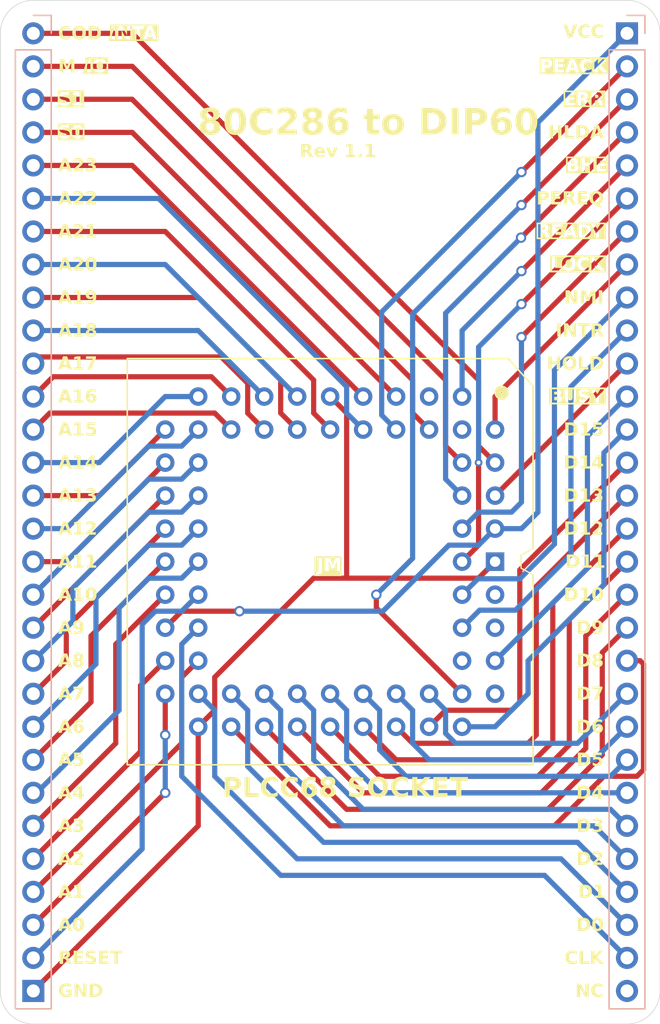
<source format=kicad_pcb>
(kicad_pcb (version 20241229) (generator "pcbnew") (generator_version "9.0")
  (layers (0 "F.Cu" signal) (2 "B.Cu" signal) (13 "F.Paste" user) (15 "B.Paste" user) (5 "F.SilkS" user "F.Silkscreen") (7 "B.SilkS" user "B.Silkscreen") (1 "F.Mask" user) (3 "B.Mask" user) (25 "Edge.Cuts" user))
  (net 0 "")
  (net 1 "4")
  (net 2 "5")
  (net 3 "6")
  (net 4 "7")
  (net 5 "8")
  (net 6 "9")
  (net 7 "10")
  (net 8 "13")
  (net 9 "14")
  (net 10 "15")
  (net 11 "16")
  (net 12 "17")
  (net 13 "19")
  (net 14 "20")
  (net 15 "21")
  (net 16 "22")
  (net 17 "23")
  (net 18 "24")
  (net 19 "25")
  (net 20 "26")
  (net 21 "27")
  (net 22 "28")
  (net 23 "29")
  (net 24 "30")
  (net 25 "31")
  (net 26 "32")
  (net 27 "33")
  (net 28 "34")
  (net 29 "35")
  (net 30 "36")
  (net 31 "37")
  (net 32 "38")
  (net 33 "40")
  (net 34 "41")
  (net 35 "42")
  (net 36 "43")
  (net 37 "45")
  (net 38 "47")
  (net 39 "46")
  (net 40 "48")
  (net 41 "49")
  (net 42 "50")
  (net 43 "51")
  (net 44 "53")
  (net 45 "54")
  (net 46 "57")
  (net 47 "59")
  (net 48 "60")
  (net 49 "62")
  (net 50 "66")
  (net 51 "63")
  (net 52 "68")
  (net 53 "52")
  (net 54 "55")
  (net 55 "56")
  (net 56 "58")
  (net 57 "2")
  (net 58 "GND")
  (net 59 "VCC")
  (net 60 "nc")
  (footprint "Package_LCC:PLCC-68_THT-Socket" (layer "F.Cu") (at 198.12 156.64 -90)
    (property "Reference" " " (hide yes))
    (property "Value" "PLCC-68_THT-Socket")
    (fp_line (start -15.625 28.325) (end 15.625 28.325) (stroke (width 0.12)) (layer "F.SilkS"))
    (fp_line (start 15.625 28.325) (end 15.625 -2.925) (stroke (width 0.12)) (layer "F.SilkS"))
    (fp_line (start -15.625 -1) (end -15.625 28.325) (stroke (width 0.12)) (layer "F.SilkS"))
    (fp_line (start -0.5 -2) (end 0.5 -2) (stroke (width 0.1)) (layer "F.SilkS"))
    (fp_line (start -13.5 -2.925) (end -15.625 -1) (stroke (width 0.12)) (layer "F.SilkS"))
    (fp_line (start -1 -2.925) (end -0.5 -2) (stroke (width 0.1)) (layer "F.SilkS"))
    (fp_line (start -1 -2.925) (end -13.5 -2.925) (stroke (width 0.12)) (layer "F.SilkS"))
    (fp_line (start 1 -2.925) (end 0.5 -2) (stroke (width 0.1)) (layer "F.SilkS"))
    (fp_line (start 15.625 -2.925) (end 1 -2.925) (stroke (width 0.12)) (layer "F.SilkS"))
    (fp_circle (center -13 -0.5) (end -13 -0.38) (stroke (width 0.1)) (fill no) (layer "F.SilkS"))
    (fp_circle (center -13 -0.5) (end -13 -0.48) (stroke (width 0.1)) (fill no) (layer "F.SilkS"))
    (fp_circle (center -13 -0.5) (end -12.5 -0.5) (stroke (width 0.1)) (fill no) (layer "F.SilkS"))
    (fp_circle (center -13 -0.5) (end -13.27 -0.65) (stroke (width 0.1)) (fill no) (layer "F.SilkS"))
    (fp_circle (center -13 -0.5) (end -13.15 -0.65) (stroke (width 0.1)) (fill no) (layer "F.SilkS"))
    (fp_circle (center -13 -0.5) (end -12.94 -0.9) (stroke (width 0.1)) (fill no) (layer "F.SilkS"))
    (pad "1" thru_hole rect (at 0 0 270) (size 1.4224 1.4224) (drill 0.8) (layers "*.Cu" "*.Mask") (net 58 "GND"))
    (pad "2" thru_hole circle (at 0 2.54 270) (size 1.4224 1.4224) (drill 0.8) (layers "*.Cu" "*.Mask") (net 57 "2"))
    (pad "3" thru_hole circle (at -2.54 0 270) (size 1.4224 1.4224) (drill 0.8) (layers "*.Cu" "*.Mask") (net 59 "VCC"))
    (pad "4" thru_hole circle (at -2.54 2.54 270) (size 1.4224 1.4224) (drill 0.8) (layers "*.Cu" "*.Mask") (net 1 "4"))
    (pad "5" thru_hole circle (at -5.08 0 270) (size 1.4224 1.4224) (drill 0.8) (layers "*.Cu" "*.Mask") (net 2 "5"))
    (pad "6" thru_hole circle (at -5.08 2.54 270) (size 1.4224 1.4224) (drill 0.8) (layers "*.Cu" "*.Mask") (net 3 "6"))
    (pad "7" thru_hole circle (at -7.62 0 270) (size 1.4224 1.4224) (drill 0.8) (layers "*.Cu" "*.Mask") (net 4 "7"))
    (pad "8" thru_hole circle (at -7.62 2.54 270) (size 1.4224 1.4224) (drill 0.8) (layers "*.Cu" "*.Mask") (net 5 "8"))
    (pad "9" thru_hole circle (at -10.16 0 270) (size 1.4224 1.4224) (drill 0.8) (layers "*.Cu" "*.Mask") (net 6 "9"))
    (pad "10" thru_hole circle (at -12.7 2.54 270) (size 1.4224 1.4224) (drill 0.8) (layers "*.Cu" "*.Mask") (net 7 "10"))
    (pad "11" thru_hole circle (at -10.16 2.54 270) (size 1.4224 1.4224) (drill 0.8) (layers "*.Cu" "*.Mask"))
    (pad "12" thru_hole circle (at -12.7 5.08 270) (size 1.4224 1.4224) (drill 0.8) (layers "*.Cu" "*.Mask"))
    (pad "13" thru_hole circle (at -10.16 5.08 270) (size 1.4224 1.4224) (drill 0.8) (layers "*.Cu" "*.Mask") (net 8 "13"))
    (pad "14" thru_hole circle (at -12.7 7.62 270) (size 1.4224 1.4224) (drill 0.8) (layers "*.Cu" "*.Mask") (net 9 "14"))
    (pad "15" thru_hole circle (at -10.16 7.62 270) (size 1.4224 1.4224) (drill 0.8) (layers "*.Cu" "*.Mask") (net 10 "15"))
    (pad "16" thru_hole circle (at -12.7 10.16 270) (size 1.4224 1.4224) (drill 0.8) (layers "*.Cu" "*.Mask") (net 11 "16"))
    (pad "17" thru_hole circle (at -10.16 10.16 270) (size 1.4224 1.4224) (drill 0.8) (layers "*.Cu" "*.Mask") (net 12 "17"))
    (pad "18" thru_hole circle (at -12.7 12.7 270) (size 1.4224 1.4224) (drill 0.8) (layers "*.Cu" "*.Mask") (net 58 "GND"))
    (pad "19" thru_hole circle (at -10.16 12.7 270) (size 1.4224 1.4224) (drill 0.8) (layers "*.Cu" "*.Mask") (net 13 "19"))
    (pad "20" thru_hole circle (at -12.7 15.24 270) (size 1.4224 1.4224) (drill 0.8) (layers "*.Cu" "*.Mask") (net 14 "20"))
    (pad "21" thru_hole circle (at -10.16 15.24 270) (size 1.4224 1.4224) (drill 0.8) (layers "*.Cu" "*.Mask") (net 15 "21"))
    (pad "22" thru_hole circle (at -12.7 17.78 270) (size 1.4224 1.4224) (drill 0.8) (layers "*.Cu" "*.Mask") (net 16 "22"))
    (pad "23" thru_hole circle (at -10.16 17.78 270) (size 1.4224 1.4224) (drill 0.8) (layers "*.Cu" "*.Mask") (net 17 "23"))
    (pad "24" thru_hole circle (at -12.7 20.32 270) (size 1.4224 1.4224) (drill 0.8) (layers "*.Cu" "*.Mask") (net 18 "24"))
    (pad "25" thru_hole circle (at -10.16 20.32 270) (size 1.4224 1.4224) (drill 0.8) (layers "*.Cu" "*.Mask") (net 19 "25"))
    (pad "26" thru_hole circle (at -12.7 22.86 270) (size 1.4224 1.4224) (drill 0.8) (layers "*.Cu" "*.Mask") (net 20 "26"))
    (pad "27" thru_hole circle (at -10.16 25.4 270) (size 1.4224 1.4224) (drill 0.8) (layers "*.Cu" "*.Mask") (net 21 "27"))
    (pad "28" thru_hole circle (at -10.16 22.86 270) (size 1.4224 1.4224) (drill 0.8) (layers "*.Cu" "*.Mask") (net 22 "28"))
    (pad "29" thru_hole circle (at -7.62 25.4 270) (size 1.4224 1.4224) (drill 0.8) (layers "*.Cu" "*.Mask") (net 23 "29"))
    (pad "30" thru_hole circle (at -7.62 22.86 270) (size 1.4224 1.4224) (drill 0.8) (layers "*.Cu" "*.Mask") (net 24 "30"))
    (pad "31" thru_hole circle (at -5.08 25.4 270) (size 1.4224 1.4224) (drill 0.8) (layers "*.Cu" "*.Mask") (net 25 "31"))
    (pad "32" thru_hole circle (at -5.08 22.86 270) (size 1.4224 1.4224) (drill 0.8) (layers "*.Cu" "*.Mask") (net 26 "32"))
    (pad "33" thru_hole circle (at -2.54 25.4 270) (size 1.4224 1.4224) (drill 0.8) (layers "*.Cu" "*.Mask") (net 27 "33"))
    (pad "34" thru_hole circle (at -2.54 22.86 270) (size 1.4224 1.4224) (drill 0.8) (layers "*.Cu" "*.Mask") (net 28 "34"))
    (pad "35" thru_hole circle (at 0 25.4 270) (size 1.4224 1.4224) (drill 0.8) (layers "*.Cu" "*.Mask") (net 29 "35"))
    (pad "36" thru_hole circle (at 0 22.86 270) (size 1.4224 1.4224) (drill 0.8) (layers "*.Cu" "*.Mask") (net 30 "36"))
    (pad "37" thru_hole circle (at 2.54 25.4 270) (size 1.4224 1.4224) (drill 0.8) (layers "*.Cu" "*.Mask") (net 31 "37"))
    (pad "38" thru_hole circle (at 2.54 22.86 270) (size 1.4224 1.4224) (drill 0.8) (layers "*.Cu" "*.Mask") (net 32 "38"))
    (pad "39" thru_hole circle (at 5.08 25.4 270) (size 1.4224 1.4224) (drill 0.8) (layers "*.Cu" "*.Mask") (net 59 "VCC"))
    (pad "40" thru_hole circle (at 5.08 22.86 270) (size 1.4224 1.4224) (drill 0.8) (layers "*.Cu" "*.Mask") (net 33 "40"))
    (pad "41" thru_hole circle (at 7.62 25.4 270) (size 1.4224 1.4224) (drill 0.8) (layers "*.Cu" "*.Mask") (net 34 "41"))
    (pad "42" thru_hole circle (at 7.62 22.86 270) (size 1.4224 1.4224) (drill 0.8) (layers "*.Cu" "*.Mask") (net 35 "42"))
    (pad "43" thru_hole circle (at 10.16 25.4 270) (size 1.4224 1.4224) (drill 0.8) (layers "*.Cu" "*.Mask") (net 36 "43"))
    (pad "44" thru_hole circle (at 12.7 22.86 270) (size 1.4224 1.4224) (drill 0.8) (layers "*.Cu" "*.Mask") (net 58 "GND"))
    (pad "45" thru_hole circle (at 10.16 22.86 270) (size 1.4224 1.4224) (drill 0.8) (layers "*.Cu" "*.Mask") (net 37 "45"))
    (pad "46" thru_hole circle (at 12.7 20.32 270) (size 1.4224 1.4224) (drill 0.8) (layers "*.Cu" "*.Mask") (net 39 "46"))
    (pad "47" thru_hole circle (at 10.16 20.32 270) (size 1.4224 1.4224) (drill 0.8) (layers "*.Cu" "*.Mask") (net 38 "47"))
    (pad "48" thru_hole circle (at 12.7 17.78 270) (size 1.4224 1.4224) (drill 0.8) (layers "*.Cu" "*.Mask") (net 40 "48"))
    (pad "49" thru_hole circle (at 10.16 17.78 270) (size 1.4224 1.4224) (drill 0.8) (layers "*.Cu" "*.Mask") (net 41 "49"))
    (pad "50" thru_hole circle (at 12.7 15.24 270) (size 1.4224 1.4224) (drill 0.8) (layers "*.Cu" "*.Mask") (net 42 "50"))
    (pad "51" thru_hole circle (at 10.16 15.24 270) (size 1.4224 1.4224) (drill 0.8) (layers "*.Cu" "*.Mask") (net 43 "51"))
    (pad "52" thru_hole circle (at 12.7 12.7 270) (size 1.4224 1.4224) (drill 0.8) (layers "*.Cu" "*.Mask") (net 53 "52"))
    (pad "53" thru_hole circle (at 10.16 12.7 270) (size 1.4224 1.4224) (drill 0.8) (layers "*.Cu" "*.Mask") (net 44 "53"))
    (pad "54" thru_hole circle (at 12.7 10.16 270) (size 1.4224 1.4224) (drill 0.8) (layers "*.Cu" "*.Mask") (net 45 "54"))
    (pad "55" thru_hole circle (at 10.16 10.16 270) (size 1.4224 1.4224) (drill 0.8) (layers "*.Cu" "*.Mask") (net 54 "55"))
    (pad "56" thru_hole circle (at 12.7 7.62 270) (size 1.4224 1.4224) (drill 0.8) (layers "*.Cu" "*.Mask") (net 55 "56"))
    (pad "57" thru_hole circle (at 10.16 7.62 270) (size 1.4224 1.4224) (drill 0.8) (layers "*.Cu" "*.Mask") (net 46 "57"))
    (pad "58" thru_hole circle (at 12.7 5.08 270) (size 1.4224 1.4224) (drill 0.8) (layers "*.Cu" "*.Mask") (net 56 "58"))
    (pad "59" thru_hole circle (at 10.16 5.08 270) (size 1.4224 1.4224) (drill 0.8) (layers "*.Cu" "*.Mask") (net 47 "59"))
    (pad "60" thru_hole circle (at 12.7 2.54 270) (size 1.4224 1.4224) (drill 0.8) (layers "*.Cu" "*.Mask") (net 48 "60"))
    (pad "61" thru_hole circle (at 10.16 0 270) (size 1.4224 1.4224) (drill 0.8) (layers "*.Cu" "*.Mask"))
    (pad "62" thru_hole circle (at 10.16 2.54 270) (size 1.4224 1.4224) (drill 0.8) (layers "*.Cu" "*.Mask") (net 49 "62"))
    (pad "63" thru_hole circle (at 7.62 0 270) (size 1.4224 1.4224) (drill 0.8) (layers "*.Cu" "*.Mask") (net 51 "63"))
    (pad "64" thru_hole circle (at 7.62 2.54 270) (size 1.4224 1.4224) (drill 0.8) (layers "*.Cu" "*.Mask"))
    (pad "65" thru_hole circle (at 5.08 0 270) (size 1.4224 1.4224) (drill 0.8) (layers "*.Cu" "*.Mask"))
    (pad "66" thru_hole circle (at 5.08 2.54 270) (size 1.4224 1.4224) (drill 0.8) (layers "*.Cu" "*.Mask") (net 50 "66"))
    (pad "67" thru_hole circle (at 2.54 0 270) (size 1.4224 1.4224) (drill 0.8) (layers "*.Cu" "*.Mask"))
    (pad "68" thru_hole circle (at 2.54 2.54 270) (size 1.4224 1.4224) (drill 0.8) (layers "*.Cu" "*.Mask") (net 52 "68"))
  )
  (footprint "Connector_PinHeader_2.54mm:PinHeader_1x30_P2.54mm_Vertical" (layer "B.Cu") (at 208.28 116 180)
    (property "Reference" "REF**" (hide yes))
    (property "Value" "PinHeader_1x30_P2.54mm_Vertical" (hide yes))
    (fp_line (start 1.38 -1.27) (end 1.38 -75.04) (stroke (width 0.12)) (layer "B.SilkS"))
    (fp_line (start -1.38 1.38) (end 0 1.38) (stroke (width 0.12)) (layer "B.SilkS"))
    (fp_line (start -1.38 0) (end -1.38 1.38) (stroke (width 0.12)) (layer "B.SilkS"))
    (fp_line (start -1.38 -1.27) (end 1.38 -1.27) (stroke (width 0.12)) (layer "B.SilkS"))
    (fp_line (start -1.38 -1.27) (end -1.38 -75.04) (stroke (width 0.12)) (layer "B.SilkS"))
    (fp_line (start -1.38 -75.04) (end 1.38 -75.04) (stroke (width 0.12)) (layer "B.SilkS"))
    (pad "31" thru_hole circle (at 0 -73.66 180) (size 1.7 1.7) (drill 1) (layers "*.Cu" "*.Mask") (net 60 "nc"))
    (pad "32" thru_hole circle (at 0 -71.12 180) (size 1.7 1.7) (drill 1) (layers "*.Cu" "*.Mask") (net 33 "40"))
    (pad "33" thru_hole circle (at 0 -68.58 180) (size 1.7 1.7) (drill 1) (layers "*.Cu" "*.Mask") (net 37 "45"))
    (pad "34" thru_hole circle (at 0 -66.04 180) (size 1.7 1.7) (drill 1) (layers "*.Cu" "*.Mask") (net 38 "47"))
    (pad "35" thru_hole circle (at 0 -63.5 180) (size 1.7 1.7) (drill 1) (layers "*.Cu" "*.Mask") (net 41 "49"))
    (pad "36" thru_hole circle (at 0 -60.96 180) (size 1.7 1.7) (drill 1) (layers "*.Cu" "*.Mask") (net 43 "51"))
    (pad "37" thru_hole circle (at 0 -58.42 180) (size 1.7 1.7) (drill 1) (layers "*.Cu" "*.Mask") (net 44 "53"))
    (pad "38" thru_hole circle (at 0 -55.88 180) (size 1.7 1.7) (drill 1) (layers "*.Cu" "*.Mask") (net 54 "55"))
    (pad "39" thru_hole circle (at 0 -53.34 180) (size 1.7 1.7) (drill 1) (layers "*.Cu" "*.Mask") (net 46 "57"))
    (pad "40" thru_hole circle (at 0 -50.8 180) (size 1.7 1.7) (drill 1) (layers "*.Cu" "*.Mask") (net 47 "59"))
    (pad "41" thru_hole circle (at 0 -48.26 180) (size 1.7 1.7) (drill 1) (layers "*.Cu" "*.Mask") (net 39 "46"))
    (pad "42" thru_hole circle (at 0 -45.72 180) (size 1.7 1.7) (drill 1) (layers "*.Cu" "*.Mask") (net 40 "48"))
    (pad "43" thru_hole circle (at 0 -43.18 180) (size 1.7 1.7) (drill 1) (layers "*.Cu" "*.Mask") (net 42 "50"))
    (pad "44" thru_hole circle (at 0 -40.64 180) (size 1.7 1.7) (drill 1) (layers "*.Cu" "*.Mask") (net 53 "52"))
    (pad "45" thru_hole circle (at 0 -38.1 180) (size 1.7 1.7) (drill 1) (layers "*.Cu" "*.Mask") (net 45 "54"))
    (pad "46" thru_hole circle (at 0 -35.56 180) (size 1.7 1.7) (drill 1) (layers "*.Cu" "*.Mask") (net 55 "56"))
    (pad "47" thru_hole circle (at 0 -33.02 180) (size 1.7 1.7) (drill 1) (layers "*.Cu" "*.Mask") (net 56 "58"))
    (pad "48" thru_hole circle (at 0 -30.48 180) (size 1.7 1.7) (drill 1) (layers "*.Cu" "*.Mask") (net 48 "60"))
    (pad "49" thru_hole circle (at 0 -27.94 180) (size 1.7 1.7) (drill 1) (layers "*.Cu" "*.Mask") (net 51 "63"))
    (pad "50" thru_hole circle (at 0 -25.4 180) (size 1.7 1.7) (drill 1) (layers "*.Cu" "*.Mask") (net 2 "5"))
    (pad "51" thru_hole circle (at 0 -22.86 180) (size 1.7 1.7) (drill 1) (layers "*.Cu" "*.Mask") (net 50 "66"))
    (pad "52" thru_hole circle (at 0 -20.32 180) (size 1.7 1.7) (drill 1) (layers "*.Cu" "*.Mask") (net 52 "68"))
    (pad "53" thru_hole circle (at 0 -17.78 180) (size 1.7 1.7) (drill 1) (layers "*.Cu" "*.Mask") (net 6 "9"))
    (pad "54" thru_hole circle (at 0 -15.24 180) (size 1.7 1.7) (drill 1) (layers "*.Cu" "*.Mask") (net 1 "4"))
    (pad "55" thru_hole circle (at 0 -12.7 180) (size 1.7 1.7) (drill 1) (layers "*.Cu" "*.Mask") (net 57 "2"))
    (pad "56" thru_hole circle (at 0 -10.16 180) (size 1.7 1.7) (drill 1) (layers "*.Cu" "*.Mask") (net 7 "10"))
    (pad "57" thru_hole circle (at 0 -7.62 180) (size 1.7 1.7) (drill 1) (layers "*.Cu" "*.Mask") (net 3 "6"))
    (pad "58" thru_hole circle (at 0 -5.08 180) (size 1.7 1.7) (drill 1) (layers "*.Cu" "*.Mask") (net 49 "62"))
    (pad "59" thru_hole circle (at 0 -2.54 180) (size 1.7 1.7) (drill 1) (layers "*.Cu" "*.Mask") (net 10 "15"))
    (pad "60" thru_hole rect (at 0 0 180) (size 1.7 1.7) (drill 1) (layers "*.Cu" "*.Mask") (net 59 "VCC"))
  )
  (footprint "Connector_PinHeader_2.54mm:PinHeader_1x30_P2.54mm_Vertical" (layer "B.Cu") (at 162.56 116 180)
    (property "Reference" "REF**" (hide yes))
    (property "Value" "PinHeader_1x30_P2.54mm_Vertical" (hide yes))
    (fp_line (start 1.38 -1.27) (end 1.38 -75.04) (stroke (width 0.12)) (layer "B.SilkS"))
    (fp_line (start -1.38 1.38) (end 0 1.38) (stroke (width 0.12)) (layer "B.SilkS"))
    (fp_line (start -1.38 0) (end -1.38 1.38) (stroke (width 0.12)) (layer "B.SilkS"))
    (fp_line (start -1.38 -1.27) (end 1.38 -1.27) (stroke (width 0.12)) (layer "B.SilkS"))
    (fp_line (start -1.38 -1.27) (end -1.38 -75.04) (stroke (width 0.12)) (layer "B.SilkS"))
    (fp_line (start -1.38 -75.04) (end 1.38 -75.04) (stroke (width 0.12)) (layer "B.SilkS"))
    (pad "1" thru_hole circle (at 0 0 180) (size 1.7 1.7) (drill 1) (layers "*.Cu" "*.Mask") (net 4 "7"))
    (pad "2" thru_hole circle (at 0 -2.54 180) (size 1.7 1.7) (drill 1) (layers "*.Cu" "*.Mask") (net 5 "8"))
    (pad "3" thru_hole circle (at 0 -5.08 180) (size 1.7 1.7) (drill 1) (layers "*.Cu" "*.Mask") (net 8 "13"))
    (pad "4" thru_hole circle (at 0 -7.62 180) (size 1.7 1.7) (drill 1) (layers "*.Cu" "*.Mask") (net 9 "14"))
    (pad "5" thru_hole circle (at 0 -10.16 180) (size 1.7 1.7) (drill 1) (layers "*.Cu" "*.Mask") (net 11 "16"))
    (pad "6" thru_hole circle (at 0 -12.7 180) (size 1.7 1.7) (drill 1) (layers "*.Cu" "*.Mask") (net 12 "17"))
    (pad "7" thru_hole circle (at 0 -15.24 180) (size 1.7 1.7) (drill 1) (layers "*.Cu" "*.Mask") (net 13 "19"))
    (pad "8" thru_hole circle (at 0 -17.78 180) (size 1.7 1.7) (drill 1) (layers "*.Cu" "*.Mask") (net 14 "20"))
    (pad "9" thru_hole circle (at 0 -20.32 180) (size 1.7 1.7) (drill 1) (layers "*.Cu" "*.Mask") (net 15 "21"))
    (pad "10" thru_hole circle (at 0 -22.86 180) (size 1.7 1.7) (drill 1) (layers "*.Cu" "*.Mask") (net 16 "22"))
    (pad "11" thru_hole circle (at 0 -25.4 180) (size 1.7 1.7) (drill 1) (layers "*.Cu" "*.Mask") (net 17 "23"))
    (pad "12" thru_hole circle (at 0 -27.94 180) (size 1.7 1.7) (drill 1) (layers "*.Cu" "*.Mask") (net 18 "24"))
    (pad "13" thru_hole circle (at 0 -30.48 180) (size 1.7 1.7) (drill 1) (layers "*.Cu" "*.Mask") (net 19 "25"))
    (pad "14" thru_hole circle (at 0 -33.02 180) (size 1.7 1.7) (drill 1) (layers "*.Cu" "*.Mask") (net 20 "26"))
    (pad "15" thru_hole circle (at 0 -35.56 180) (size 1.7 1.7) (drill 1) (layers "*.Cu" "*.Mask") (net 21 "27"))
    (pad "16" thru_hole circle (at 0 -38.1 180) (size 1.7 1.7) (drill 1) (layers "*.Cu" "*.Mask") (net 22 "28"))
    (pad "17" thru_hole circle (at 0 -40.64 180) (size 1.7 1.7) (drill 1) (layers "*.Cu" "*.Mask") (net 23 "29"))
    (pad "18" thru_hole circle (at 0 -43.18 180) (size 1.7 1.7) (drill 1) (layers "*.Cu" "*.Mask") (net 24 "30"))
    (pad "19" thru_hole circle (at 0 -45.72 180) (size 1.7 1.7) (drill 1) (layers "*.Cu" "*.Mask") (net 25 "31"))
    (pad "20" thru_hole circle (at 0 -48.26 180) (size 1.7 1.7) (drill 1) (layers "*.Cu" "*.Mask") (net 26 "32"))
    (pad "21" thru_hole circle (at 0 -50.8 180) (size 1.7 1.7) (drill 1) (layers "*.Cu" "*.Mask") (net 27 "33"))
    (pad "22" thru_hole circle (at 0 -53.34 180) (size 1.7 1.7) (drill 1) (layers "*.Cu" "*.Mask") (net 28 "34"))
    (pad "23" thru_hole circle (at 0 -55.88 180) (size 1.7 1.7) (drill 1) (layers "*.Cu" "*.Mask") (net 29 "35"))
    (pad "24" thru_hole circle (at 0 -58.42 180) (size 1.7 1.7) (drill 1) (layers "*.Cu" "*.Mask") (net 30 "36"))
    (pad "25" thru_hole circle (at 0 -60.96 180) (size 1.7 1.7) (drill 1) (layers "*.Cu" "*.Mask") (net 31 "37"))
    (pad "26" thru_hole circle (at 0 -63.5 180) (size 1.7 1.7) (drill 1) (layers "*.Cu" "*.Mask") (net 34 "41"))
    (pad "27" thru_hole circle (at 0 -66.04 180) (size 1.7 1.7) (drill 1) (layers "*.Cu" "*.Mask") (net 35 "42"))
    (pad "28" thru_hole circle (at 0 -68.58 180) (size 1.7 1.7) (drill 1) (layers "*.Cu" "*.Mask") (net 36 "43"))
    (pad "29" thru_hole circle (at 0 -71.12 180) (size 1.7 1.7) (drill 1) (layers "*.Cu" "*.Mask") (net 32 "38"))
    (pad "30" thru_hole rect (at 0 -73.66 180) (size 1.7 1.7) (drill 1) (layers "*.Cu" "*.Mask") (net 58 "GND"))
  )
  (gr_arc (start 162.56 192.2) (mid 160.763949 191.456051) (end 160.02 189.66) (stroke (width 0.05)) (layer "Edge.Cuts"))
  (gr_line (start 162.56 113.46) (end 208.28 113.46) (stroke (width 0.05)) (layer "Edge.Cuts"))
  (gr_line (start 160.02 189.66) (end 160.02 116) (stroke (width 0.05)) (layer "Edge.Cuts"))
  (gr_line (start 162.56 192.2) (end 208.28 192.2) (stroke (width 0.05)) (layer "Edge.Cuts"))
  (gr_arc (start 210.82 189.66) (mid 210.076051 191.456051) (end 208.28 192.2) (stroke (width 0.05)) (layer "Edge.Cuts"))
  (gr_arc (start 208.28 113.46) (mid 210.076051 114.203949) (end 210.82 116) (stroke (width 0.05)) (layer "Edge.Cuts"))
  (gr_line (start 210.82 189.66) (end 210.82 116) (stroke (width 0.05)) (layer "Edge.Cuts"))
  (gr_arc (start 160.02 116) (mid 160.763949 114.203949) (end 162.56 113.46) (stroke (width 0.05)) (layer "Edge.Cuts"))
  (gr_text "A12" (at 164.465 154.735 0) (layer "F.SilkS") (effects (font (size 1 1) (thickness 0.25) (bold yes)) (justify left bottom)))
  (gr_text "A10" (at 164.465 159.815 0) (layer "F.SilkS") (effects (font (size 1 1) (thickness 0.25) (bold yes)) (justify left bottom)))
  (gr_text "A13" (at 164.465 152.195 0) (layer "F.SilkS") (effects (font (size 1 1) (thickness 0.25) (bold yes)) (justify left bottom)))
  (gr_text "D12" (at 206.502 154.735 0) (layer "F.SilkS") (effects (font (size 1 1) (thickness 0.25) (bold yes)) (justify right bottom)))
  (gr_text "BUSY" (at 206.502 144.575 0) (layer "F.SilkS" knockout) (effects (font (size 1 1) (thickness 0.25) (bold yes)) (justify right bottom)))
  (gr_text "A1" (at 164.465 182.675 0) (layer "F.SilkS") (effects (font (size 1 1) (thickness 0.25) (bold yes)) (justify left bottom)))
  (gr_text "80C286 to DIP60\n" (at 175.1965 124.1205 0) (layer "F.SilkS") (effects (font (size 2 2) (thickness 0.25) (bold yes)) (justify left bottom)))
  (gr_text "IO" (at 168.275 119.175 0) (layer "F.SilkS" knockout) (effects (font (size 1 1) (thickness 0.25) (bold yes)) (justify right bottom)))
  (gr_text "LOCK" (at 206.502 134.415 0) (layer "F.SilkS" knockout) (effects (font (size 1 1) (thickness 0.25) (bold yes)) (justify right bottom)))
  (gr_text "A11" (at 164.465 157.275 0) (layer "F.SilkS") (effects (font (size 1 1) (thickness 0.25) (bold yes)) (justify left bottom)))
  (gr_text "JM" (at 184.404 157.529 0) (layer "F.SilkS" knockout) (effects (font (size 1 1) (thickness 0.2) (bold yes)) (justify left bottom)))
  (gr_text "S1" (at 164.465 121.715 0) (layer "F.SilkS" knockout) (effects (font (size 1 1) (thickness 0.25) (bold yes)) (justify left bottom)))
  (gr_text "BHE" (at 203.581 126.795 0) (layer "F.SilkS" knockout) (effects (font (size 1 1) (thickness 0.25) (bold yes)) (justify left bottom)))
  (gr_text "D11" (at 206.629 157.275 0) (layer "F.SilkS") (effects (font (size 1 1) (thickness 0.25) (bold yes)) (justify right bottom)))
  (gr_text "A22" (at 164.465 129.335 0) (layer "F.SilkS") (effects (font (size 1 1) (thickness 0.25) (bold yes)) (justify left bottom)))
  (gr_text "A7" (at 164.465 167.435 0) (layer "F.SilkS") (effects (font (size 1 1) (thickness 0.25) (bold yes)) (justify left bottom)))
  (gr_text "D8" (at 206.502 164.895 0) (layer "F.SilkS") (effects (font (size 1 1) (thickness 0.25) (bold yes)) (justify right bottom)))
  (gr_text "D7" (at 206.502 167.435 0) (layer "F.SilkS") (effects (font (size 1 1) (thickness 0.25) (bold yes)) (justify right bottom)))
  (gr_text "S0" (at 164.465 124.255 0) (layer "F.SilkS" knockout) (effects (font (size 1 1) (thickness 0.25) (bold yes)) (justify left bottom)))
  (gr_text "A21" (at 164.465 131.875 0) (layer "F.SilkS") (effects (font (size 1 1) (thickness 0.25) (bold yes)) (justify left bottom)))
  (gr_text "D0" (at 206.502 185.215 0) (layer "F.SilkS") (effects (font (size 1 1) (thickness 0.25) (bold yes)) (justify right bottom)))
  (gr_text "PEACK" (at 201.549 119.175 0) (layer "F.SilkS" knockout) (effects (font (size 1 1) (thickness 0.25) (bold yes)) (justify left bottom)))
  (gr_text "D6" (at 206.502 169.975 0) (layer "F.SilkS") (effects (font (size 1 1) (thickness 0.25) (bold yes)) (justify right bottom)))
  (gr_text "D13" (at 206.502 152.195 0) (layer "F.SilkS") (effects (font (size 1 1) (thickness 0.25) (bold yes)) (justify right bottom)))
  (gr_text "A17" (at 164.465 142.035 0) (layer "F.SilkS") (effects (font (size 1 1) (thickness 0.25) (bold yes)) (justify left bottom)))
  (gr_text "D9" (at 206.502 162.355 0) (layer "F.SilkS") (effects (font (size 1 1) (thickness 0.25) (bold yes)) (justify right bottom)))
  (gr_text "ERR" (at 206.502 121.715 0) (layer "F.SilkS" knockout) (effects (font (size 1 1) (thickness 0.25) (bold yes)) (justify right bottom)))
  (gr_text "HOLD" (at 206.502 142.035 0) (layer "F.SilkS") (effects (font (size 1 1) (thickness 0.25) (bold yes)) (justify right bottom)))
  (gr_text "A0" (at 164.465 185.215 0) (layer "F.SilkS") (effects (font (size 1 1) (thickness 0.25) (bold yes)) (justify left bottom)))
  (gr_text "A4" (at 164.465 175.055 0) (layer "F.SilkS") (effects (font (size 1 1) (thickness 0.25) (bold yes)) (justify left bottom)))
  (gr_text "NMI" (at 206.502 136.955 0) (layer "F.SilkS") (effects (font (size 1 1) (thickness 0.25) (bold yes)) (justify right bottom)))
  (gr_text "VCC" (at 206.502 116.508 0) (layer "F.SilkS") (effects (font (size 1 1) (thickness 0.25) (bold yes)) (justify right bottom)))
  (gr_text "D15" (at 206.502 147.115 0) (layer "F.SilkS") (effects (font (size 1 1) (thickness 0.25) (bold yes)) (justify right bottom)))
  (gr_text "A6" (at 164.465 169.975 0) (layer "F.SilkS") (effects (font (size 1 1) (thickness 0.25) (bold yes)) (justify left bottom)))
  (gr_text "A15" (at 164.465 147.115 0) (layer "F.SilkS") (effects (font (size 1 1) (thickness 0.25) (bold yes)) (justify left bottom)))
  (gr_text "A20" (at 164.465 134.415 0) (layer "F.SilkS") (effects (font (size 1 1) (thickness 0.25) (bold yes)) (justify left bottom)))
  (gr_text "COD /" (at 164.465 116.635 0) (layer "F.SilkS") (effects (font (size 1 1) (thickness 0.2) (bold yes)) (justify left bottom)))
  (gr_text "D10\n" (at 206.502 159.815 0) (layer "F.SilkS") (effects (font (size 1 1) (thickness 0.25) (bold yes)) (justify right bottom)))
  (gr_text "INTA" (at 172.085 116.635 0) (layer "F.SilkS" knockout) (effects (font (size 1 1) (thickness 0.25) (bold yes)) (justify right bottom)))
  (gr_text "D2" (at 206.502 180.135 0) (layer "F.SilkS") (effects (font (size 1 1) (thickness 0.25) (bold yes)) (justify right bottom)))
  (gr_text "A16" (at 164.465 144.575 0) (layer "F.SilkS") (effects (font (size 1 1) (thickness 0.25) (bold yes)) (justify left bottom)))
  (gr_text "READY" (at 206.502 131.875 0) (layer "F.SilkS" knockout) (effects (font (size 1 1) (thickness 0.25) (bold yes)) (justify right bottom)))
  (gr_text "A8" (at 164.465 164.895 0) (layer "F.SilkS") (effects (font (size 1 1) (thickness 0.25) (bold yes)) (justify left bottom)))
  (gr_text "D5" (at 206.502 172.515 0) (layer "F.SilkS") (effects (font (size 1 1) (thickness 0.25) (bold yes)) (justify right bottom)))
  (gr_text "D1" (at 206.629 182.675 0) (layer "F.SilkS") (effects (font (size 1 1) (thickness 0.25) (bold yes)) (justify right bottom)))
  (gr_text "A14" (at 164.465 149.655 0) (layer "F.SilkS") (effects (font (size 1 1) (thickness 0.25) (bold yes)) (justify left bottom)))
  (gr_text "A2" (at 164.465 180.135 0) (layer "F.SilkS") (effects (font (size 1 1) (thickness 0.25) (bold yes)) (justify left bottom)))
  (gr_text "D14" (at 206.502 149.655 0) (layer "F.SilkS") (effects (font (size 1 1) (thickness 0.25) (bold yes)) (justify right bottom)))
  (gr_text "PEREQ" (at 206.502 129.335 0) (layer "F.SilkS") (effects (font (size 1 1) (thickness 0.25) (bold yes)) (justify right bottom)))
  (gr_text "D3" (at 206.502 177.595 0) (layer "F.SilkS") (effects (font (size 1 1) (thickness 0.25) (bold yes)) (justify right bottom)))
  (gr_text "A9" (at 164.465 162.355 0) (layer "F.SilkS") (effects (font (size 1 1) (thickness 0.25) (bold yes)) (justify left bottom)))
  (gr_text "A5" (at 164.465 172.515 0) (layer "F.SilkS") (effects (font (size 1 1) (thickness 0.25) (bold yes)) (justify left bottom)))
  (gr_text "GND\n" (at 164.465 190.295 0) (layer "F.SilkS") (effects (font (size 1 1) (thickness 0.25) (bold yes)) (justify left bottom)))
  (gr_text "CLK" (at 206.4755 187.755 0) (layer "F.SilkS") (effects (font (size 1 1) (thickness 0.25) (bold yes)) (justify right bottom)))
  (gr_text "RESET" (at 164.465 187.755 0) (layer "F.SilkS") (effects (font (size 1 1) (thickness 0.25) (bold yes)) (justify left bottom)))
  (gr_text "D4" (at 206.502 175.055 0) (layer "F.SilkS") (effects (font (size 1 1) (thickness 0.25) (bold yes)) (justify right bottom)))
  (gr_text "A3" (at 164.465 177.595 0) (layer "F.SilkS") (effects (font (size 1 1) (thickness 0.25) (bold yes)) (justify left bottom)))
  (gr_text "Rev 1.1" (at 183.0665 125.7005 0) (layer "F.SilkS") (effects (font (size 1 1) (thickness 0.2) (bold yes)) (justify left bottom)))
  (gr_text "A18" (at 164.465 139.495 0) (layer "F.SilkS") (effects (font (size 1 1) (thickness 0.25) (bold yes)) (justify left bottom)))
  (gr_text "A23" (at 164.465 126.795 0) (layer "F.SilkS") (effects (font (size 1 1) (thickness 0.25) (bold yes)) (justify left bottom)))
  (gr_text "M /" (at 164.465 119.175 0) (layer "F.SilkS") (effects (font (size 1 1) (thickness 0.2) (bold yes)) (justify left bottom)))
  (gr_text "HLDA" (at 206.502 124.255 0) (layer "F.SilkS") (effects (font (size 1 1) (thickness 0.25) (bold yes)) (justify right bottom)))
  (gr_text "A19" (at 164.465 136.955 0) (layer "F.SilkS") (effects (font (size 1 1) (thickness 0.25) (bold yes)) (justify left bottom)))
  (gr_text "INTR" (at 206.502 139.495 0) (layer "F.SilkS") (effects (font (size 1 1) (thickness 0.25) (bold yes)) (justify right bottom)))
  (gr_text "NC" (at 206.4845 190.295 0) (layer "F.SilkS") (effects (font (size 1 1) (thickness 0.25) (bold yes)) (justify right bottom)))
  (gr_text "PLCC68 SOCKET" (at 177.1015 174.9915 0) (layer "F.SilkS") (effects (font (size 1.5 1.5) (thickness 0.25) (bold yes)) (justify left bottom)))
  (segment (start 200.152 139.368) (end 208.28 131.24) (width 0.4) (layer "F.Cu") (net 1))
  (via (at 200.152 139.368) (size 0.8) (drill 0.5) (layers "F.Cu" "B.Cu") (net 1))
  (segment (start 200.152 152.068) (end 199.39 152.83) (width 0.4) (layer "B.Cu") (net 1))
  (segment (start 199.39 152.83) (end 196.85 152.83) (width 0.4) (layer "B.Cu") (net 1))
  (segment (start 200.152 139.368) (end 200.152 152.068) (width 0.4) (layer "B.Cu") (net 1))
  (segment (start 196.85 152.83) (end 195.58 154.1) (width 0.4) (layer "B.Cu") (net 1))
  (segment (start 208.28 141.4) (end 198.12 151.56) (width 0.4) (layer "F.Cu") (net 2))
  (segment (start 200.1195 131.7155) (end 208.215 123.62) (width 0.4) (layer "F.Cu") (net 3))
  (segment (start 208.215 123.62) (end 208.28 123.62) (width 0.4) (layer "F.Cu") (net 3))
  (segment (start 195.58 151.56) (end 195.53 151.56) (width 0.4) (layer "F.Cu") (net 3))
  (via (at 200.1195 131.7155) (size 0.8) (drill 0.5) (layers "F.Cu" "B.Cu") (net 3))
  (segment (start 194.31 137.525) (end 194.31 150.29) (width 0.4) (layer "B.Cu") (net 3))
  (segment (start 194.31 150.29) (end 195.58 151.56) (width 0.4) (layer "B.Cu") (net 3))
  (segment (start 200.1195 131.7155) (end 194.31 137.525) (width 0.4) (layer "B.Cu") (net 3))
  (segment (start 170.18 116) (end 162.57 116) (width 0.4) (layer "F.Cu") (net 4))
  (segment (start 196.85 142.67) (end 170.18 116) (width 0.4) (layer "F.Cu") (net 4))
  (segment (start 196.85 147.75) (end 196.85 142.67) (width 0.4) (layer "F.Cu") (net 4))
  (segment (start 198.12 149.02) (end 196.85 147.75) (width 0.4) (layer "F.Cu") (net 4))
  (segment (start 195.58 149.02) (end 194.31 147.75) (width 0.4) (layer "F.Cu") (net 5))
  (segment (start 170.18 118.54) (end 162.56 118.54) (width 0.4) (layer "F.Cu") (net 5))
  (segment (start 194.31 147.75) (end 194.31 142.67) (width 0.4) (layer "F.Cu") (net 5))
  (segment (start 194.31 142.67) (end 170.18 118.54) (width 0.4) (layer "F.Cu") (net 5))
  (segment (start 162.57 118.54) (end 162.56 118.53) (width 0.2) (layer "F.Cu") (net 5))
  (segment (start 198.12 143.94) (end 208.28 133.78) (width 0.4) (layer "F.Cu") (net 6))
  (segment (start 198.12 146.48) (end 198.12 143.94) (width 0.4) (layer "F.Cu") (net 6))
  (segment (start 200.152 134.288) (end 208.28 126.16) (width 0.4) (layer "F.Cu") (net 7))
  (via (at 200.152 134.288) (size 0.8) (drill 0.5) (layers "F.Cu" "B.Cu") (net 7))
  (segment (start 200.152 134.288) (end 195.58 138.86) (width 0.4) (layer "B.Cu") (net 7))
  (segment (start 195.58 138.86) (end 195.58 143.94) (width 0.4) (layer "B.Cu") (net 7))
  (segment (start 191.77 145.21) (end 193.04 146.48) (width 0.4) (layer "F.Cu") (net 8))
  (segment (start 162.56 121.07) (end 170.17 121.07) (width 0.4) (layer "F.Cu") (net 8))
  (segment (start 170.17 121.07) (end 191.77 142.67) (width 0.4) (layer "F.Cu") (net 8))
  (segment (start 191.77 142.67) (end 191.77 145.21) (width 0.4) (layer "F.Cu") (net 8))
  (segment (start 170.18 123.62) (end 190.5 143.94) (width 0.4) (layer "F.Cu") (net 9))
  (segment (start 162.56 123.62) (end 170.18 123.62) (width 0.4) (layer "F.Cu") (net 9))
  (segment (start 200.152 126.668) (end 208.28 118.54) (width 0.4) (layer "F.Cu") (net 10))
  (via (at 200.152 126.668) (size 0.8) (drill 0.5) (layers "F.Cu" "B.Cu") (net 10))
  (segment (start 189.3878 137.4322) (end 189.3878 145.3678) (width 0.4) (layer "B.Cu") (net 10))
  (segment (start 200.152 126.668) (end 189.3878 137.4322) (width 0.4) (layer "B.Cu") (net 10))
  (segment (start 189.3878 145.3678) (end 190.5 146.48) (width 0.4) (layer "B.Cu") (net 10))
  (segment (start 162.56 126.16) (end 170.18 126.16) (width 0.4) (layer "F.Cu") (net 11))
  (segment (start 170.18 126.16) (end 187.96 143.94) (width 0.4) (layer "F.Cu") (net 11))
  (segment (start 186.69 145.21) (end 187.96 146.48) (width 0.4) (layer "B.Cu") (net 12))
  (segment (start 172.212 128.7) (end 186.69 143.178) (width 0.4) (layer "B.Cu") (net 12))
  (segment (start 186.69 143.178) (end 186.69 145.21) (width 0.4) (layer "B.Cu") (net 12))
  (segment (start 162.56 128.7) (end 172.212 128.7) (width 0.4) (layer "B.Cu") (net 12))
  (segment (start 162.56 131.24) (end 172.72 131.24) (width 0.4) (layer "F.Cu") (net 13))
  (segment (start 172.72 131.24) (end 184.15 142.67) (width 0.4) (layer "F.Cu") (net 13))
  (segment (start 184.15 145.21) (end 185.42 146.48) (width 0.4) (layer "F.Cu") (net 13))
  (segment (start 184.15 142.67) (end 184.15 145.21) (width 0.4) (layer "F.Cu") (net 13))
  (segment (start 162.56 133.78) (end 172.72 133.78) (width 0.4) (layer "B.Cu") (net 14))
  (segment (start 172.72 133.78) (end 182.88 143.94) (width 0.4) (layer "B.Cu") (net 14))
  (segment (start 181.61 142.67) (end 181.61 145.21) (width 0.4) (layer "F.Cu") (net 15))
  (segment (start 175.26 136.32) (end 181.61 142.67) (width 0.4) (layer "F.Cu") (net 15))
  (segment (start 181.61 145.21) (end 182.88 146.48) (width 0.4) (layer "F.Cu") (net 15))
  (segment (start 162.56 136.32) (end 175.26 136.32) (width 0.4) (layer "F.Cu") (net 15))
  (segment (start 175.26 138.86) (end 180.34 143.94) (width 0.4) (layer "B.Cu") (net 16))
  (segment (start 162.56 138.86) (end 175.26 138.86) (width 0.4) (layer "B.Cu") (net 16))
  (segment (start 162.56 141.4) (end 163.068 140.892) (width 0.4) (layer "F.Cu") (net 17))
  (segment (start 163.068 140.892) (end 177.038 140.892) (width 0.4) (layer "F.Cu") (net 17))
  (segment (start 179.07 145.21) (end 180.34 146.48) (width 0.4) (layer "F.Cu") (net 17))
  (segment (start 179.07 142.924) (end 179.07 145.21) (width 0.4) (layer "F.Cu") (net 17))
  (segment (start 177.038 140.892) (end 179.07 142.924) (width 0.4) (layer "F.Cu") (net 17))
  (segment (start 162.56 143.94) (end 164.084 142.416) (width 0.4) (layer "F.Cu") (net 18))
  (segment (start 176.276 142.416) (end 177.8 143.94) (width 0.4) (layer "F.Cu") (net 18))
  (segment (start 164.084 142.416) (end 176.276 142.416) (width 0.4) (layer "F.Cu") (net 18))
  (segment (start 163.83 145.21) (end 176.53 145.21) (width 0.4) (layer "F.Cu") (net 19))
  (segment (start 162.56 146.48) (end 163.83 145.21) (width 0.4) (layer "F.Cu") (net 19))
  (segment (start 176.53 145.21) (end 177.8 146.48) (width 0.4) (layer "F.Cu") (net 19))
  (segment (start 167.64 149.02) (end 172.72 143.94) (width 0.4) (layer "B.Cu") (net 20))
  (segment (start 162.56 149.02) (end 167.64 149.02) (width 0.4) (layer "B.Cu") (net 20))
  (segment (start 172.72 143.94) (end 175.26 143.94) (width 0.4) (layer "B.Cu") (net 20))
  (segment (start 167.64 151.56) (end 172.72 146.48) (width 0.4) (layer "F.Cu") (net 21))
  (segment (start 162.56 151.56) (end 167.64 151.56) (width 0.4) (layer "F.Cu") (net 21))
  (segment (start 171.45 147.75) (end 173.99 147.75) (width 0.4) (layer "B.Cu") (net 22))
  (segment (start 165.1 154.1) (end 171.45 147.75) (width 0.4) (layer "B.Cu") (net 22))
  (segment (start 173.99 147.75) (end 175.26 146.48) (width 0.4) (layer "B.Cu") (net 22))
  (segment (start 162.56 154.1) (end 165.1 154.1) (width 0.4) (layer "B.Cu") (net 22))
  (segment (start 162.56 156.64) (end 165.1 156.64) (width 0.4) (layer "F.Cu") (net 23))
  (segment (start 165.1 156.64) (end 172.72 149.02) (width 0.4) (layer "F.Cu") (net 23))
  (segment (start 173.99 150.29) (end 175.26 149.02) (width 0.4) (layer "B.Cu") (net 24))
  (segment (start 163.849 157.891) (end 163.83 157.872) (width 0.4) (layer "B.Cu") (net 24))
  (segment (start 163.83 157.872) (end 163.868 157.872) (width 0.4) (layer "B.Cu") (net 24))
  (segment (start 163.868 157.872) (end 171.45 150.29) (width 0.4) (layer "B.Cu") (net 24))
  (segment (start 171.45 150.29) (end 173.99 150.29) (width 0.4) (layer "B.Cu") (net 24))
  (segment (start 162.56 159.18) (end 163.849 157.891) (width 0.4) (layer "B.Cu") (net 24))
  (segment (start 162.56 161.72) (end 172.72 151.56) (width 0.4) (layer "F.Cu") (net 25))
  (segment (start 165.608 158.672) (end 171.45 152.83) (width 0.4) (layer "B.Cu") (net 26))
  (segment (start 165.608 161.212) (end 165.608 158.672) (width 0.4) (layer "B.Cu") (net 26))
  (segment (start 162.56 164.26) (end 165.608 161.212) (width 0.4) (layer "B.Cu") (net 26))
  (segment (start 171.45 152.83) (end 173.99 152.83) (width 0.4) (layer "B.Cu") (net 26))
  (segment (start 173.99 152.83) (end 175.26 151.56) (width 0.4) (layer "B.Cu") (net 26))
  (segment (start 162.56 166.8) (end 165.1 164.26) (width 0.4) (layer "F.Cu") (net 27))
  (segment (start 165.1 161.72) (end 172.72 154.1) (width 0.4) (layer "F.Cu") (net 27))
  (segment (start 165.1 164.26) (end 165.1 161.72) (width 0.4) (layer "F.Cu") (net 27))
  (segment (start 173.99 155.37) (end 171.45 155.37) (width 0.4) (layer "B.Cu") (net 28))
  (segment (start 175.26 154.1) (end 173.99 155.37) (width 0.4) (layer "B.Cu") (net 28))
  (segment (start 171.45 155.37) (end 167.386 159.434) (width 0.4) (layer "B.Cu") (net 28))
  (segment (start 167.386 159.434) (end 167.386 164.514) (width 0.4) (layer "B.Cu") (net 28))
  (segment (start 167.386 164.514) (end 162.56 169.34) (width 0.4) (layer "B.Cu") (net 28))
  (segment (start 162.56 171.88) (end 167.005 167.435) (width 0.4) (layer "F.Cu") (net 29))
  (segment (start 167.005 162.355) (end 172.72 156.64) (width 0.4) (layer "F.Cu") (net 29))
  (segment (start 167.005 167.435) (end 167.005 162.355) (width 0.4) (layer "F.Cu") (net 29))
  (segment (start 162.56 174.42) (end 162.814 174.42) (width 0.4) (layer "B.Cu") (net 30))
  (segment (start 162.814 174.42) (end 169.164 168.07) (width 0.4) (layer "B.Cu") (net 30))
  (segment (start 169.164 168.07) (end 169.164 160.196) (width 0.4) (layer "B.Cu") (net 30))
  (segment (start 171.45 157.91) (end 173.99 157.91) (width 0.4) (layer "B.Cu") (net 30))
  (segment (start 169.164 160.196) (end 171.45 157.91) (width 0.4) (layer "B.Cu") (net 30))
  (segment (start 173.99 157.91) (end 175.26 156.64) (width 0.4) (layer "B.Cu") (net 30))
  (segment (start 168.91 162.99) (end 168.91 170.61) (width 0.4) (layer "F.Cu") (net 31))
  (segment (start 168.91 170.61) (end 162.56 176.96) (width 0.4) (layer "F.Cu") (net 31))
  (segment (start 172.72 159.18) (end 168.91 162.99) (width 0.4) (layer "F.Cu") (net 31))
  (segment (start 173.99 160.45) (end 171.958 160.45) (width 0.4) (layer "B.Cu") (net 32))
  (segment (start 170.942 161.466) (end 170.942 178.738) (width 0.4) (layer "B.Cu") (net 32))
  (segment (start 170.942 178.738) (end 162.56 187.12) (width 0.4) (layer "B.Cu") (net 32))
  (segment (start 171.958 160.45) (end 170.942 161.466) (width 0.4) (layer "B.Cu") (net 32))
  (segment (start 175.26 159.18) (end 173.99 160.45) (width 0.4) (layer "B.Cu") (net 32))
  (segment (start 201.93 180.77) (end 208.28 187.12) (width 0.4) (layer "B.Cu") (net 33))
  (segment (start 173.99 173.15) (end 181.61 180.77) (width 0.4) (layer "B.Cu") (net 33))
  (segment (start 175.26 161.72) (end 173.99 162.99) (width 0.4) (layer "B.Cu") (net 33))
  (segment (start 181.61 180.77) (end 201.93 180.77) (width 0.4) (layer "B.Cu") (net 33))
  (segment (start 173.99 162.99) (end 173.99 173.15) (width 0.4) (layer "B.Cu") (net 33))
  (segment (start 170.815 171.245) (end 170.815 166.165) (width 0.4) (layer "F.Cu") (net 34))
  (segment (start 170.815 166.165) (end 172.72 164.26) (width 0.4) (layer "F.Cu") (net 34))
  (segment (start 162.56 179.5) (end 170.815 171.245) (width 0.4) (layer "F.Cu") (net 34))
  (segment (start 173.99 165.53) (end 175.26 164.26) (width 0.4) (layer "F.Cu") (net 35))
  (segment (start 162.56 182.04) (end 173.99 170.61) (width 0.4) (layer "F.Cu") (net 35))
  (segment (start 173.99 170.61) (end 173.99 165.53) (width 0.4) (layer "F.Cu") (net 35))
  (segment (start 172.72 166.8) (end 172.72 169.975) (width 0.4) (layer "F.Cu") (net 36))
  (segment (start 162.56 184.58) (end 172.72 174.42) (width 0.4) (layer "F.Cu") (net 36))
  (via (at 172.72 169.975) (size 0.8) (drill 0.5) (layers "F.Cu" "B.Cu") (net 36))
  (via (at 172.72 174.42) (size 0.8) (drill 0.5) (layers "F.Cu" "B.Cu") (net 36))
  (segment (start 172.72 169.975) (end 172.72 174.42) (width 0.4) (layer "B.Cu") (net 36))
  (segment (start 176.53 168.07) (end 175.26 166.8) (width 0.4) (layer "B.Cu") (net 37))
  (segment (start 203.2 179.5) (end 182.88 179.5) (width 0.4) (layer "B.Cu") (net 37))
  (segment (start 182.88 179.5) (end 176.53 173.15) (width 0.4) (layer "B.Cu") (net 37))
  (segment (start 176.53 173.15) (end 176.53 168.07) (width 0.4) (layer "B.Cu") (net 37))
  (segment (start 208.28 184.58) (end 203.2 179.5) (width 0.4) (layer "B.Cu") (net 37))
  (segment (start 208.28 182.04) (end 204.47 178.23) (width 0.4) (layer "B.Cu") (net 38))
  (segment (start 204.47 178.23) (end 184.912 178.23) (width 0.4) (layer "B.Cu") (net 38))
  (segment (start 179.07 168.07) (end 177.8 166.8) (width 0.4) (layer "B.Cu") (net 38))
  (segment (start 179.07 172.388) (end 179.07 168.07) (width 0.4) (layer "B.Cu") (net 38))
  (segment (start 184.912 178.23) (end 179.07 172.388) (width 0.4) (layer "B.Cu") (net 38))
  (segment (start 177.8 169.34) (end 185.42 176.96) (width 0.4) (layer "F.Cu") (net 39))
  (segment (start 209.296 164.26) (end 208.28 164.26) (width 0.4) (layer "F.Cu") (net 39))
  (segment (start 202.692 176.96) (end 206.502 173.15) (width 0.4) (layer "F.Cu") (net 39))
  (segment (start 185.42 176.96) (end 202.692 176.96) (width 0.4) (layer "F.Cu") (net 39))
  (segment (start 209.55 172.642) (end 209.55 164.514) (width 0.4) (layer "F.Cu") (net 39))
  (segment (start 209.042 173.15) (end 209.55 172.642) (width 0.4) (layer "F.Cu") (net 39))
  (segment (start 206.502 173.15) (end 209.042 173.15) (width 0.4) (layer "F.Cu") (net 39))
  (segment (start 209.55 164.514) (end 209.296 164.26) (width 0.4) (layer "F.Cu") (net 39))
  (segment (start 202.183999 175.69) (end 186.69 175.69) (width 0.4) (layer "F.Cu") (net 40))
  (segment (start 208.28 161.72) (end 206.375 163.625) (width 0.4) (layer "F.Cu") (net 40))
  (segment (start 206.375 171.498999) (end 202.183999 175.69) (width 0.4) (layer "F.Cu") (net 40))
  (segment (start 186.69 175.69) (end 180.34 169.34) (width 0.4) (layer "F.Cu") (net 40))
  (segment (start 206.375 163.625) (end 206.375 171.498999) (width 0.4) (layer "F.Cu") (net 40))
  (segment (start 186.436 176.96) (end 181.61 172.134) (width 0.4) (layer "B.Cu") (net 41))
  (segment (start 205.74 176.96) (end 186.436 176.96) (width 0.4) (layer "B.Cu") (net 41))
  (segment (start 208.28 179.5) (end 205.74 176.96) (width 0.4) (layer "B.Cu") (net 41))
  (segment (start 181.61 172.134) (end 181.61 168.07) (width 0.4) (layer "B.Cu") (net 41))
  (segment (start 181.61 168.07) (end 180.34 166.8) (width 0.4) (layer "B.Cu") (net 41))
  (segment (start 208.28 159.18) (end 205.105 162.355) (width 0.4) (layer "F.Cu") (net 42))
  (segment (start 201.676 174.42) (end 187.96 174.42) (width 0.4) (layer "F.Cu") (net 42))
  (segment (start 205.105 170.991) (end 201.676 174.42) (width 0.4) (layer "F.Cu") (net 42))
  (segment (start 205.105 162.355) (end 205.105 170.991) (width 0.4) (layer "F.Cu") (net 42))
  (segment (start 187.96 174.42) (end 182.88 169.34) (width 0.4) (layer "F.Cu") (net 42))
  (segment (start 187.96 175.69) (end 184.15 171.88) (width 0.4) (layer "B.Cu") (net 43))
  (segment (start 184.15 168.07) (end 182.88 166.8) (width 0.4) (layer "B.Cu") (net 43))
  (segment (start 207.01 175.69) (end 187.96 175.69) (width 0.4) (layer "B.Cu") (net 43))
  (segment (start 184.15 171.88) (end 184.15 168.07) (width 0.4) (layer "B.Cu") (net 43))
  (segment (start 208.28 176.96) (end 207.01 175.69) (width 0.4) (layer "B.Cu") (net 43))
  (segment (start 186.69 171.88) (end 186.69 168.07) (width 0.4) (layer "B.Cu") (net 44))
  (segment (start 186.69 168.07) (end 185.42 166.8) (width 0.4) (layer "B.Cu") (net 44))
  (segment (start 208.28 174.42) (end 189.23 174.42) (width 0.4) (layer "B.Cu") (net 44))
  (segment (start 189.23 174.42) (end 186.69 171.88) (width 0.4) (layer "B.Cu") (net 44))
  (segment (start 201.168 171.88) (end 190.5 171.88) (width 0.4) (layer "F.Cu") (net 45))
  (segment (start 202.565 170.483) (end 201.168 171.88) (width 0.4) (layer "F.Cu") (net 45))
  (segment (start 190.5 171.88) (end 187.96 169.34) (width 0.4) (layer "F.Cu") (net 45))
  (segment (start 202.565 159.815) (end 202.565 170.483) (width 0.4) (layer "F.Cu") (net 45))
  (segment (start 208.28 154.1) (end 202.565 159.815) (width 0.4) (layer "F.Cu") (net 45))
  (segment (start 190.5 166.8) (end 191.77 168.07) (width 0.4) (layer "B.Cu") (net 46))
  (segment (start 193.04 171.88) (end 205.74 171.88) (width 0.4) (layer "B.Cu") (net 46))
  (segment (start 191.77 170.61) (end 193.04 171.88) (width 0.4) (layer "B.Cu") (net 46))
  (segment (start 191.77 168.07) (end 191.77 170.61) (width 0.4) (layer "B.Cu") (net 46))
  (segment (start 205.74 171.88) (end 208.28 169.34) (width 0.4) (layer "B.Cu") (net 46))
  (segment (start 193.04 166.8) (end 194.31 168.07) (width 0.4) (layer "B.Cu") (net 47))
  (segment (start 194.31 169.848) (end 195.072 170.61) (width 0.4) (layer "B.Cu") (net 47))
  (segment (start 194.31 168.07) (end 194.31 169.848) (width 0.4) (layer "B.Cu") (net 47))
  (segment (start 195.072 170.61) (end 204.47 170.61) (width 0.4) (layer "B.Cu") (net 47))
  (segment (start 204.47 170.61) (end 208.28 166.8) (width 0.4) (layer "B.Cu") (net 47))
  (segment (start 206.502 148.258) (end 206.502 158.418) (width 0.4) (layer "B.Cu") (net 48))
  (segment (start 198.12 169.34) (end 195.58 169.34) (width 0.4) (layer "B.Cu") (net 48))
  (segment (start 206.502 158.418) (end 200.66 164.26) (width 0.4) (layer "B.Cu") (net 48))
  (segment (start 208.28 146.48) (end 206.502 148.258) (width 0.4) (layer "B.Cu") (net 48))
  (segment (start 200.66 164.26) (end 200.66 166.8) (width 0.4) (layer "B.Cu") (net 48))
  (segment (start 200.66 166.8) (end 198.12 169.34) (width 0.4) (layer "B.Cu") (net 48))
  (segment (start 200.152 129.208) (end 208.28 121.08) (width 0.4) (layer "F.Cu") (net 49))
  (segment (start 188.976 159.18) (end 188.976 160.196) (width 0.4) (layer "F.Cu") (net 49))
  (segment (start 188.976 160.196) (end 195.58 166.8) (width 0.4) (layer "F.Cu") (net 49))
  (via (at 188.976 159.18) (size 0.8) (drill 0.5) (layers "F.Cu" "B.Cu") (net 49))
  (via (at 200.152 129.208) (size 0.8) (drill 0.5) (layers "F.Cu" "B.Cu") (net 49))
  (segment (start 191.77 137.59) (end 191.77 156.386) (width 0.4) (layer "B.Cu") (net 49))
  (segment (start 191.77 156.386) (end 188.976 159.18) (width 0.4) (layer "B.Cu") (net 49))
  (segment (start 200.152 129.208) (end 191.77 137.59) (width 0.4) (layer "B.Cu") (net 49))
  (segment (start 203.962 156.093) (end 203.962 143.178) (width 0.4) (layer "B.Cu") (net 50))
  (segment (start 196.928 160.372) (end 199.683 160.372) (width 0.4) (layer "B.Cu") (net 50))
  (segment (start 203.962 143.178) (end 208.28 138.86) (width 0.4) (layer "B.Cu") (net 50))
  (segment (start 195.58 161.72) (end 196.928 160.372) (width 0.4) (layer "B.Cu") (net 50))
  (segment (start 199.683 160.372) (end 203.962 156.093) (width 0.4) (layer "B.Cu") (net 50))
  (segment (start 205.232 157.148) (end 198.12 164.26) (width 0.4) (layer "B.Cu") (net 51))
  (segment (start 205.232 146.988) (end 205.232 157.148) (width 0.4) (layer "B.Cu") (net 51))
  (segment (start 208.28 143.94) (end 205.232 146.988) (width 0.4) (layer "B.Cu") (net 51))
  (segment (start 202.692 155.292) (end 202.692 141.908) (width 0.4) (layer "B.Cu") (net 52))
  (segment (start 196.801 157.959) (end 200.025 157.959) (width 0.4) (layer "B.Cu") (net 52))
  (segment (start 195.58 159.18) (end 196.801 157.959) (width 0.4) (layer "B.Cu") (net 52))
  (segment (start 202.692 141.908) (end 208.28 136.32) (width 0.4) (layer "B.Cu") (net 52))
  (segment (start 200.025 157.959) (end 202.692 155.292) (width 0.4) (layer "B.Cu") (net 52))
  (segment (start 189.23 173.15) (end 185.42 169.34) (width 0.4) (layer "F.Cu") (net 53))
  (segment (start 203.835 161.085) (end 203.835 170.737) (width 0.4) (layer "F.Cu") (net 53))
  (segment (start 203.835 170.737) (end 201.422 173.15) (width 0.4) (layer "F.Cu") (net 53))
  (segment (start 201.422 173.15) (end 189.23 173.15) (width 0.4) (layer "F.Cu") (net 53))
  (segment (start 208.28 156.64) (end 203.835 161.085) (width 0.4) (layer "F.Cu") (net 53))
  (segment (start 207.01 173.15) (end 191.262 173.15) (width 0.4) (layer "B.Cu") (net 54))
  (segment (start 191.262 173.15) (end 189.23 171.118) (width 0.4) (layer "B.Cu") (net 54))
  (segment (start 189.23 171.118) (end 189.23 168.07) (width 0.4) (layer "B.Cu") (net 54))
  (segment (start 208.28 171.88) (end 207.01 173.15) (width 0.4) (layer "B.Cu") (net 54))
  (segment (start 189.23 168.07) (end 187.96 166.8) (width 0.4) (layer "B.Cu") (net 54))
  (segment (start 191.77 170.61) (end 200.66 170.61) (width 0.4) (layer "F.Cu") (net 55))
  (segment (start 201.295 169.975) (end 201.295 158.545) (width 0.4) (layer "F.Cu") (net 55))
  (segment (start 190.5 169.34) (end 191.77 170.61) (width 0.4) (layer "F.Cu") (net 55))
  (segment (start 201.295 158.545) (end 208.28 151.56) (width 0.4) (layer "F.Cu") (net 55))
  (segment (start 200.66 170.61) (end 201.295 169.975) (width 0.4) (layer "F.Cu") (net 55))
  (segment (start 199.39 168.07) (end 200.025 167.435) (width 0.4) (layer "F.Cu") (net 56))
  (segment (start 193.04 169.34) (end 194.31 168.07) (width 0.4) (layer "F.Cu") (net 56))
  (segment (start 200.025 167.435) (end 200.025 157.275) (width 0.4) (layer "F.Cu") (net 56))
  (segment (start 194.31 168.07) (end 199.39 168.07) (width 0.4) (layer "F.Cu") (net 56))
  (segment (start 200.025 157.275) (end 208.28 149.02) (width 0.4) (layer "F.Cu") (net 56))
  (segment (start 196.85 155.37) (end 196.85 154.1) (width 0.4) (layer "F.Cu") (net 57))
  (segment (start 200.152 136.828) (end 208.28 128.7) (width 0.4) (layer "F.Cu") (net 57))
  (segment (start 195.58 156.64) (end 196.85 155.37) (width 0.4) (layer "F.Cu") (net 57))
  (segment (start 196.85 154.1) (end 196.85 149.02) (width 0.4) (layer "F.Cu") (net 57))
  (via (at 200.152 136.828) (size 0.8) (drill 0.5) (layers "F.Cu" "B.Cu") (net 57))
  (via (at 196.85 149.02) (size 0.6) (drill 0.3) (layers "F.Cu" "B.Cu") (net 57))
  (segment (start 196.85 140.13) (end 196.85 149.02) (width 0.4) (layer "B.Cu") (net 57))
  (segment (start 200.152 136.828) (end 196.85 140.13) (width 0.4) (layer "B.Cu") (net 57))
  (segment (start 196.85 157.91) (end 186.69 157.91) (width 0.4) (layer "F.Cu") (net 58))
  (segment (start 198.12 156.64) (end 196.85 157.91) (width 0.4) (layer "F.Cu") (net 58))
  (segment (start 175.26 169.34) (end 175.26 176.96) (width 0.4) (layer "F.Cu") (net 58))
  (segment (start 176.53 165.53) (end 184.15 157.91) (width 0.4) (layer "F.Cu") (net 58))
  (segment (start 184.15 157.91) (end 186.69 157.91) (width 0.4) (layer "F.Cu") (net 58))
  (segment (start 175.26 169.34) (end 176.53 168.07) (width 0.4) (layer "F.Cu") (net 58))
  (segment (start 175.26 176.96) (end 162.56 189.66) (width 0.4) (layer "F.Cu") (net 58))
  (segment (start 176.53 168.07) (end 176.53 165.53) (width 0.4) (layer "F.Cu") (net 58))
  (segment (start 186.69 145.21) (end 185.42 143.94) (width 0.4) (layer "F.Cu") (net 58))
  (segment (start 186.69 157.91) (end 186.69 145.21) (width 0.4) (layer "F.Cu") (net 58))
  (segment (start 173.99 160.45) (end 172.72 161.72) (width 0.4) (layer "F.Cu") (net 59))
  (segment (start 178.435 160.45) (end 173.99 160.45) (width 0.4) (layer "F.Cu") (net 59))
  (via (at 178.435 160.45) (size 0.8) (drill 0.5) (layers "F.Cu" "B.Cu") (net 59))
  (segment (start 197.739 154.1) (end 198.12 154.1) (width 0.4) (layer "B.Cu") (net 59))
  (segment (start 198.12 154.1) (end 200.152 154.1) (width 0.4) (layer "B.Cu") (net 59))
  (segment (start 201.422 152.83) (end 201.422 122.858) (width 0.4) (layer "B.Cu") (net 59))
  (segment (start 196.85 155.37) (end 198.12 154.1) (width 0.4) (layer "B.Cu") (net 59))
  (segment (start 201.422 122.858) (end 208.28 116) (width 0.4) (layer "B.Cu") (net 59))
  (segment (start 194.564 155.37) (end 196.85 155.37) (width 0.4) (layer "B.Cu") (net 59))
  (segment (start 178.435 160.45) (end 189.484 160.45) (width 0.4) (layer "B.Cu") (net 59))
  (segment (start 200.152 154.1) (end 201.422 152.83) (width 0.4) (layer "B.Cu") (net 59))
  (segment (start 189.484 160.45) (end 194.564 155.37) (width 0.4) (layer "B.Cu") (net 59))
)
</source>
